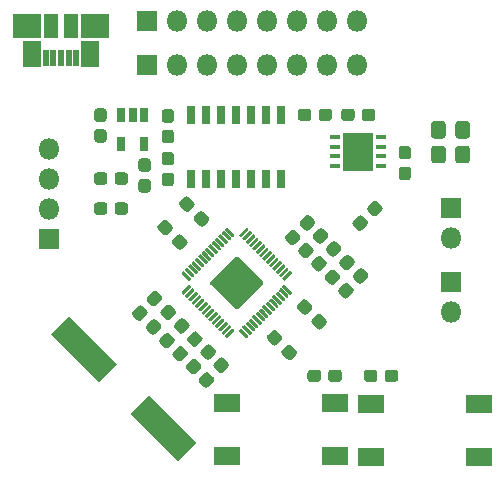
<source format=gts>
G04 #@! TF.GenerationSoftware,KiCad,Pcbnew,(5.1.6)-1*
G04 #@! TF.CreationDate,2024-01-16T15:06:31-05:00*
G04 #@! TF.ProjectId,amiga-500-usb-kb-rp2040,616d6967-612d-4353-9030-2d7573622d6b,rev?*
G04 #@! TF.SameCoordinates,Original*
G04 #@! TF.FileFunction,Soldermask,Top*
G04 #@! TF.FilePolarity,Negative*
%FSLAX46Y46*%
G04 Gerber Fmt 4.6, Leading zero omitted, Abs format (unit mm)*
G04 Created by KiCad (PCBNEW (5.1.6)-1) date 2024-01-16 15:06:31*
%MOMM*%
%LPD*%
G01*
G04 APERTURE LIST*
%ADD10R,2.500000X3.200000*%
%ADD11R,0.950000X0.450000*%
%ADD12R,2.200000X1.500000*%
%ADD13R,0.750000X1.625000*%
%ADD14R,0.700000X1.300000*%
%ADD15R,1.800000X1.800000*%
%ADD16O,1.800000X1.800000*%
%ADD17C,0.100000*%
%ADD18R,0.550000X1.480000*%
%ADD19R,1.575000X2.200000*%
%ADD20R,1.275000X2.000000*%
%ADD21R,2.475000X2.000000*%
G04 APERTURE END LIST*
D10*
X158940500Y-75438000D03*
D11*
X160890500Y-74238000D03*
X160890500Y-75038000D03*
X160890500Y-75838000D03*
X160890500Y-76638000D03*
X156990500Y-76638000D03*
X156990500Y-75838000D03*
X156990500Y-75038000D03*
X156990500Y-74238000D03*
D12*
X157013500Y-101246500D03*
X147913500Y-101246500D03*
X157013500Y-96746500D03*
X147913500Y-96746500D03*
X169183500Y-101274000D03*
X160083500Y-101274000D03*
X169183500Y-96774000D03*
X160083500Y-96774000D03*
D13*
X144843500Y-77769000D03*
X146113500Y-77769000D03*
X147383500Y-77769000D03*
X148653500Y-77769000D03*
X149923500Y-77769000D03*
X151193500Y-77769000D03*
X152463500Y-77769000D03*
X152463500Y-72345000D03*
X151193500Y-72345000D03*
X149923500Y-72345000D03*
X148653500Y-72345000D03*
X147383500Y-72345000D03*
X146113500Y-72345000D03*
X144843500Y-72345000D03*
D14*
X140843000Y-72326500D03*
X139893000Y-72326500D03*
X138943000Y-72326500D03*
X138943000Y-74826500D03*
X140843000Y-74826500D03*
D15*
X132842000Y-82804000D03*
D16*
X132842000Y-80264000D03*
X132842000Y-77724000D03*
X132842000Y-75184000D03*
X158861760Y-64414400D03*
X156321760Y-64414400D03*
X153781760Y-64414400D03*
X151241760Y-64414400D03*
X148701760Y-64414400D03*
X146161760Y-64414400D03*
X143621760Y-64414400D03*
D15*
X141081760Y-64414400D03*
X141080000Y-68135500D03*
D16*
X143620000Y-68135500D03*
X146160000Y-68135500D03*
X148700000Y-68135500D03*
X151240000Y-68135500D03*
X153780000Y-68135500D03*
X156320000Y-68135500D03*
X158860000Y-68135500D03*
X166878000Y-82740500D03*
D15*
X166878000Y-80200500D03*
X166878000Y-86487000D03*
D16*
X166878000Y-89027000D03*
G36*
G01*
X168455500Y-75213738D02*
X168455500Y-76170262D01*
G75*
G02*
X168183762Y-76442000I-271738J0D01*
G01*
X167477238Y-76442000D01*
G75*
G02*
X167205500Y-76170262I0J271738D01*
G01*
X167205500Y-75213738D01*
G75*
G02*
X167477238Y-74942000I271738J0D01*
G01*
X168183762Y-74942000D01*
G75*
G02*
X168455500Y-75213738I0J-271738D01*
G01*
G37*
G36*
G01*
X166405500Y-75213738D02*
X166405500Y-76170262D01*
G75*
G02*
X166133762Y-76442000I-271738J0D01*
G01*
X165427238Y-76442000D01*
G75*
G02*
X165155500Y-76170262I0J271738D01*
G01*
X165155500Y-75213738D01*
G75*
G02*
X165427238Y-74942000I271738J0D01*
G01*
X166133762Y-74942000D01*
G75*
G02*
X166405500Y-75213738I0J-271738D01*
G01*
G37*
G36*
G01*
X166405500Y-73118238D02*
X166405500Y-74074762D01*
G75*
G02*
X166133762Y-74346500I-271738J0D01*
G01*
X165427238Y-74346500D01*
G75*
G02*
X165155500Y-74074762I0J271738D01*
G01*
X165155500Y-73118238D01*
G75*
G02*
X165427238Y-72846500I271738J0D01*
G01*
X166133762Y-72846500D01*
G75*
G02*
X166405500Y-73118238I0J-271738D01*
G01*
G37*
G36*
G01*
X168455500Y-73118238D02*
X168455500Y-74074762D01*
G75*
G02*
X168183762Y-74346500I-271738J0D01*
G01*
X167477238Y-74346500D01*
G75*
G02*
X167205500Y-74074762I0J271738D01*
G01*
X167205500Y-73118238D01*
G75*
G02*
X167477238Y-72846500I271738J0D01*
G01*
X168183762Y-72846500D01*
G75*
G02*
X168455500Y-73118238I0J-271738D01*
G01*
G37*
G36*
G01*
X148898893Y-82466959D02*
X149482257Y-81883595D01*
G75*
G02*
X149588323Y-81883595I53033J-53033D01*
G01*
X149694389Y-81989661D01*
G75*
G02*
X149694389Y-82095727I-53033J-53033D01*
G01*
X149111025Y-82679091D01*
G75*
G02*
X149004959Y-82679091I-53033J53033D01*
G01*
X148898893Y-82573025D01*
G75*
G02*
X148898893Y-82466959I53033J53033D01*
G01*
G37*
G36*
G01*
X149181736Y-82749802D02*
X149765100Y-82166438D01*
G75*
G02*
X149871166Y-82166438I53033J-53033D01*
G01*
X149977232Y-82272504D01*
G75*
G02*
X149977232Y-82378570I-53033J-53033D01*
G01*
X149393868Y-82961934D01*
G75*
G02*
X149287802Y-82961934I-53033J53033D01*
G01*
X149181736Y-82855868D01*
G75*
G02*
X149181736Y-82749802I53033J53033D01*
G01*
G37*
G36*
G01*
X149464578Y-83032644D02*
X150047942Y-82449280D01*
G75*
G02*
X150154008Y-82449280I53033J-53033D01*
G01*
X150260074Y-82555346D01*
G75*
G02*
X150260074Y-82661412I-53033J-53033D01*
G01*
X149676710Y-83244776D01*
G75*
G02*
X149570644Y-83244776I-53033J53033D01*
G01*
X149464578Y-83138710D01*
G75*
G02*
X149464578Y-83032644I53033J53033D01*
G01*
G37*
G36*
G01*
X149747421Y-83315487D02*
X150330785Y-82732123D01*
G75*
G02*
X150436851Y-82732123I53033J-53033D01*
G01*
X150542917Y-82838189D01*
G75*
G02*
X150542917Y-82944255I-53033J-53033D01*
G01*
X149959553Y-83527619D01*
G75*
G02*
X149853487Y-83527619I-53033J53033D01*
G01*
X149747421Y-83421553D01*
G75*
G02*
X149747421Y-83315487I53033J53033D01*
G01*
G37*
G36*
G01*
X150030264Y-83598330D02*
X150613628Y-83014966D01*
G75*
G02*
X150719694Y-83014966I53033J-53033D01*
G01*
X150825760Y-83121032D01*
G75*
G02*
X150825760Y-83227098I-53033J-53033D01*
G01*
X150242396Y-83810462D01*
G75*
G02*
X150136330Y-83810462I-53033J53033D01*
G01*
X150030264Y-83704396D01*
G75*
G02*
X150030264Y-83598330I53033J53033D01*
G01*
G37*
G36*
G01*
X150313106Y-83881172D02*
X150896470Y-83297808D01*
G75*
G02*
X151002536Y-83297808I53033J-53033D01*
G01*
X151108602Y-83403874D01*
G75*
G02*
X151108602Y-83509940I-53033J-53033D01*
G01*
X150525238Y-84093304D01*
G75*
G02*
X150419172Y-84093304I-53033J53033D01*
G01*
X150313106Y-83987238D01*
G75*
G02*
X150313106Y-83881172I53033J53033D01*
G01*
G37*
G36*
G01*
X150595949Y-84164015D02*
X151179313Y-83580651D01*
G75*
G02*
X151285379Y-83580651I53033J-53033D01*
G01*
X151391445Y-83686717D01*
G75*
G02*
X151391445Y-83792783I-53033J-53033D01*
G01*
X150808081Y-84376147D01*
G75*
G02*
X150702015Y-84376147I-53033J53033D01*
G01*
X150595949Y-84270081D01*
G75*
G02*
X150595949Y-84164015I53033J53033D01*
G01*
G37*
G36*
G01*
X150878792Y-84446858D02*
X151462156Y-83863494D01*
G75*
G02*
X151568222Y-83863494I53033J-53033D01*
G01*
X151674288Y-83969560D01*
G75*
G02*
X151674288Y-84075626I-53033J-53033D01*
G01*
X151090924Y-84658990D01*
G75*
G02*
X150984858Y-84658990I-53033J53033D01*
G01*
X150878792Y-84552924D01*
G75*
G02*
X150878792Y-84446858I53033J53033D01*
G01*
G37*
G36*
G01*
X151161635Y-84729701D02*
X151744999Y-84146337D01*
G75*
G02*
X151851065Y-84146337I53033J-53033D01*
G01*
X151957131Y-84252403D01*
G75*
G02*
X151957131Y-84358469I-53033J-53033D01*
G01*
X151373767Y-84941833D01*
G75*
G02*
X151267701Y-84941833I-53033J53033D01*
G01*
X151161635Y-84835767D01*
G75*
G02*
X151161635Y-84729701I53033J53033D01*
G01*
G37*
G36*
G01*
X151444477Y-85012543D02*
X152027841Y-84429179D01*
G75*
G02*
X152133907Y-84429179I53033J-53033D01*
G01*
X152239973Y-84535245D01*
G75*
G02*
X152239973Y-84641311I-53033J-53033D01*
G01*
X151656609Y-85224675D01*
G75*
G02*
X151550543Y-85224675I-53033J53033D01*
G01*
X151444477Y-85118609D01*
G75*
G02*
X151444477Y-85012543I53033J53033D01*
G01*
G37*
G36*
G01*
X151727320Y-85295386D02*
X152310684Y-84712022D01*
G75*
G02*
X152416750Y-84712022I53033J-53033D01*
G01*
X152522816Y-84818088D01*
G75*
G02*
X152522816Y-84924154I-53033J-53033D01*
G01*
X151939452Y-85507518D01*
G75*
G02*
X151833386Y-85507518I-53033J53033D01*
G01*
X151727320Y-85401452D01*
G75*
G02*
X151727320Y-85295386I53033J53033D01*
G01*
G37*
G36*
G01*
X152010163Y-85578229D02*
X152593527Y-84994865D01*
G75*
G02*
X152699593Y-84994865I53033J-53033D01*
G01*
X152805659Y-85100931D01*
G75*
G02*
X152805659Y-85206997I-53033J-53033D01*
G01*
X152222295Y-85790361D01*
G75*
G02*
X152116229Y-85790361I-53033J53033D01*
G01*
X152010163Y-85684295D01*
G75*
G02*
X152010163Y-85578229I53033J53033D01*
G01*
G37*
G36*
G01*
X152293005Y-85861071D02*
X152876369Y-85277707D01*
G75*
G02*
X152982435Y-85277707I53033J-53033D01*
G01*
X153088501Y-85383773D01*
G75*
G02*
X153088501Y-85489839I-53033J-53033D01*
G01*
X152505137Y-86073203D01*
G75*
G02*
X152399071Y-86073203I-53033J53033D01*
G01*
X152293005Y-85967137D01*
G75*
G02*
X152293005Y-85861071I53033J53033D01*
G01*
G37*
G36*
G01*
X152575848Y-86143914D02*
X153159212Y-85560550D01*
G75*
G02*
X153265278Y-85560550I53033J-53033D01*
G01*
X153371344Y-85666616D01*
G75*
G02*
X153371344Y-85772682I-53033J-53033D01*
G01*
X152787980Y-86356046D01*
G75*
G02*
X152681914Y-86356046I-53033J53033D01*
G01*
X152575848Y-86249980D01*
G75*
G02*
X152575848Y-86143914I53033J53033D01*
G01*
G37*
G36*
G01*
X152575848Y-86851020D02*
X152681914Y-86744954D01*
G75*
G02*
X152787980Y-86744954I53033J-53033D01*
G01*
X153371344Y-87328318D01*
G75*
G02*
X153371344Y-87434384I-53033J-53033D01*
G01*
X153265278Y-87540450D01*
G75*
G02*
X153159212Y-87540450I-53033J53033D01*
G01*
X152575848Y-86957086D01*
G75*
G02*
X152575848Y-86851020I53033J53033D01*
G01*
G37*
G36*
G01*
X152293005Y-87133863D02*
X152399071Y-87027797D01*
G75*
G02*
X152505137Y-87027797I53033J-53033D01*
G01*
X153088501Y-87611161D01*
G75*
G02*
X153088501Y-87717227I-53033J-53033D01*
G01*
X152982435Y-87823293D01*
G75*
G02*
X152876369Y-87823293I-53033J53033D01*
G01*
X152293005Y-87239929D01*
G75*
G02*
X152293005Y-87133863I53033J53033D01*
G01*
G37*
G36*
G01*
X152010163Y-87416705D02*
X152116229Y-87310639D01*
G75*
G02*
X152222295Y-87310639I53033J-53033D01*
G01*
X152805659Y-87894003D01*
G75*
G02*
X152805659Y-88000069I-53033J-53033D01*
G01*
X152699593Y-88106135D01*
G75*
G02*
X152593527Y-88106135I-53033J53033D01*
G01*
X152010163Y-87522771D01*
G75*
G02*
X152010163Y-87416705I53033J53033D01*
G01*
G37*
G36*
G01*
X151727320Y-87699548D02*
X151833386Y-87593482D01*
G75*
G02*
X151939452Y-87593482I53033J-53033D01*
G01*
X152522816Y-88176846D01*
G75*
G02*
X152522816Y-88282912I-53033J-53033D01*
G01*
X152416750Y-88388978D01*
G75*
G02*
X152310684Y-88388978I-53033J53033D01*
G01*
X151727320Y-87805614D01*
G75*
G02*
X151727320Y-87699548I53033J53033D01*
G01*
G37*
G36*
G01*
X151444477Y-87982391D02*
X151550543Y-87876325D01*
G75*
G02*
X151656609Y-87876325I53033J-53033D01*
G01*
X152239973Y-88459689D01*
G75*
G02*
X152239973Y-88565755I-53033J-53033D01*
G01*
X152133907Y-88671821D01*
G75*
G02*
X152027841Y-88671821I-53033J53033D01*
G01*
X151444477Y-88088457D01*
G75*
G02*
X151444477Y-87982391I53033J53033D01*
G01*
G37*
G36*
G01*
X151161635Y-88265233D02*
X151267701Y-88159167D01*
G75*
G02*
X151373767Y-88159167I53033J-53033D01*
G01*
X151957131Y-88742531D01*
G75*
G02*
X151957131Y-88848597I-53033J-53033D01*
G01*
X151851065Y-88954663D01*
G75*
G02*
X151744999Y-88954663I-53033J53033D01*
G01*
X151161635Y-88371299D01*
G75*
G02*
X151161635Y-88265233I53033J53033D01*
G01*
G37*
G36*
G01*
X150878792Y-88548076D02*
X150984858Y-88442010D01*
G75*
G02*
X151090924Y-88442010I53033J-53033D01*
G01*
X151674288Y-89025374D01*
G75*
G02*
X151674288Y-89131440I-53033J-53033D01*
G01*
X151568222Y-89237506D01*
G75*
G02*
X151462156Y-89237506I-53033J53033D01*
G01*
X150878792Y-88654142D01*
G75*
G02*
X150878792Y-88548076I53033J53033D01*
G01*
G37*
G36*
G01*
X150595949Y-88830919D02*
X150702015Y-88724853D01*
G75*
G02*
X150808081Y-88724853I53033J-53033D01*
G01*
X151391445Y-89308217D01*
G75*
G02*
X151391445Y-89414283I-53033J-53033D01*
G01*
X151285379Y-89520349D01*
G75*
G02*
X151179313Y-89520349I-53033J53033D01*
G01*
X150595949Y-88936985D01*
G75*
G02*
X150595949Y-88830919I53033J53033D01*
G01*
G37*
G36*
G01*
X150313106Y-89113762D02*
X150419172Y-89007696D01*
G75*
G02*
X150525238Y-89007696I53033J-53033D01*
G01*
X151108602Y-89591060D01*
G75*
G02*
X151108602Y-89697126I-53033J-53033D01*
G01*
X151002536Y-89803192D01*
G75*
G02*
X150896470Y-89803192I-53033J53033D01*
G01*
X150313106Y-89219828D01*
G75*
G02*
X150313106Y-89113762I53033J53033D01*
G01*
G37*
G36*
G01*
X150030264Y-89396604D02*
X150136330Y-89290538D01*
G75*
G02*
X150242396Y-89290538I53033J-53033D01*
G01*
X150825760Y-89873902D01*
G75*
G02*
X150825760Y-89979968I-53033J-53033D01*
G01*
X150719694Y-90086034D01*
G75*
G02*
X150613628Y-90086034I-53033J53033D01*
G01*
X150030264Y-89502670D01*
G75*
G02*
X150030264Y-89396604I53033J53033D01*
G01*
G37*
G36*
G01*
X149747421Y-89679447D02*
X149853487Y-89573381D01*
G75*
G02*
X149959553Y-89573381I53033J-53033D01*
G01*
X150542917Y-90156745D01*
G75*
G02*
X150542917Y-90262811I-53033J-53033D01*
G01*
X150436851Y-90368877D01*
G75*
G02*
X150330785Y-90368877I-53033J53033D01*
G01*
X149747421Y-89785513D01*
G75*
G02*
X149747421Y-89679447I53033J53033D01*
G01*
G37*
G36*
G01*
X149464578Y-89962290D02*
X149570644Y-89856224D01*
G75*
G02*
X149676710Y-89856224I53033J-53033D01*
G01*
X150260074Y-90439588D01*
G75*
G02*
X150260074Y-90545654I-53033J-53033D01*
G01*
X150154008Y-90651720D01*
G75*
G02*
X150047942Y-90651720I-53033J53033D01*
G01*
X149464578Y-90068356D01*
G75*
G02*
X149464578Y-89962290I53033J53033D01*
G01*
G37*
G36*
G01*
X149181736Y-90245132D02*
X149287802Y-90139066D01*
G75*
G02*
X149393868Y-90139066I53033J-53033D01*
G01*
X149977232Y-90722430D01*
G75*
G02*
X149977232Y-90828496I-53033J-53033D01*
G01*
X149871166Y-90934562D01*
G75*
G02*
X149765100Y-90934562I-53033J53033D01*
G01*
X149181736Y-90351198D01*
G75*
G02*
X149181736Y-90245132I53033J53033D01*
G01*
G37*
G36*
G01*
X148898893Y-90527975D02*
X149004959Y-90421909D01*
G75*
G02*
X149111025Y-90421909I53033J-53033D01*
G01*
X149694389Y-91005273D01*
G75*
G02*
X149694389Y-91111339I-53033J-53033D01*
G01*
X149588323Y-91217405D01*
G75*
G02*
X149482257Y-91217405I-53033J53033D01*
G01*
X148898893Y-90634041D01*
G75*
G02*
X148898893Y-90527975I53033J53033D01*
G01*
G37*
G36*
G01*
X147714489Y-91005273D02*
X148297853Y-90421909D01*
G75*
G02*
X148403919Y-90421909I53033J-53033D01*
G01*
X148509985Y-90527975D01*
G75*
G02*
X148509985Y-90634041I-53033J-53033D01*
G01*
X147926621Y-91217405D01*
G75*
G02*
X147820555Y-91217405I-53033J53033D01*
G01*
X147714489Y-91111339D01*
G75*
G02*
X147714489Y-91005273I53033J53033D01*
G01*
G37*
G36*
G01*
X147431646Y-90722430D02*
X148015010Y-90139066D01*
G75*
G02*
X148121076Y-90139066I53033J-53033D01*
G01*
X148227142Y-90245132D01*
G75*
G02*
X148227142Y-90351198I-53033J-53033D01*
G01*
X147643778Y-90934562D01*
G75*
G02*
X147537712Y-90934562I-53033J53033D01*
G01*
X147431646Y-90828496D01*
G75*
G02*
X147431646Y-90722430I53033J53033D01*
G01*
G37*
G36*
G01*
X147148804Y-90439588D02*
X147732168Y-89856224D01*
G75*
G02*
X147838234Y-89856224I53033J-53033D01*
G01*
X147944300Y-89962290D01*
G75*
G02*
X147944300Y-90068356I-53033J-53033D01*
G01*
X147360936Y-90651720D01*
G75*
G02*
X147254870Y-90651720I-53033J53033D01*
G01*
X147148804Y-90545654D01*
G75*
G02*
X147148804Y-90439588I53033J53033D01*
G01*
G37*
G36*
G01*
X146865961Y-90156745D02*
X147449325Y-89573381D01*
G75*
G02*
X147555391Y-89573381I53033J-53033D01*
G01*
X147661457Y-89679447D01*
G75*
G02*
X147661457Y-89785513I-53033J-53033D01*
G01*
X147078093Y-90368877D01*
G75*
G02*
X146972027Y-90368877I-53033J53033D01*
G01*
X146865961Y-90262811D01*
G75*
G02*
X146865961Y-90156745I53033J53033D01*
G01*
G37*
G36*
G01*
X146583118Y-89873902D02*
X147166482Y-89290538D01*
G75*
G02*
X147272548Y-89290538I53033J-53033D01*
G01*
X147378614Y-89396604D01*
G75*
G02*
X147378614Y-89502670I-53033J-53033D01*
G01*
X146795250Y-90086034D01*
G75*
G02*
X146689184Y-90086034I-53033J53033D01*
G01*
X146583118Y-89979968D01*
G75*
G02*
X146583118Y-89873902I53033J53033D01*
G01*
G37*
G36*
G01*
X146300276Y-89591060D02*
X146883640Y-89007696D01*
G75*
G02*
X146989706Y-89007696I53033J-53033D01*
G01*
X147095772Y-89113762D01*
G75*
G02*
X147095772Y-89219828I-53033J-53033D01*
G01*
X146512408Y-89803192D01*
G75*
G02*
X146406342Y-89803192I-53033J53033D01*
G01*
X146300276Y-89697126D01*
G75*
G02*
X146300276Y-89591060I53033J53033D01*
G01*
G37*
G36*
G01*
X146017433Y-89308217D02*
X146600797Y-88724853D01*
G75*
G02*
X146706863Y-88724853I53033J-53033D01*
G01*
X146812929Y-88830919D01*
G75*
G02*
X146812929Y-88936985I-53033J-53033D01*
G01*
X146229565Y-89520349D01*
G75*
G02*
X146123499Y-89520349I-53033J53033D01*
G01*
X146017433Y-89414283D01*
G75*
G02*
X146017433Y-89308217I53033J53033D01*
G01*
G37*
G36*
G01*
X145734590Y-89025374D02*
X146317954Y-88442010D01*
G75*
G02*
X146424020Y-88442010I53033J-53033D01*
G01*
X146530086Y-88548076D01*
G75*
G02*
X146530086Y-88654142I-53033J-53033D01*
G01*
X145946722Y-89237506D01*
G75*
G02*
X145840656Y-89237506I-53033J53033D01*
G01*
X145734590Y-89131440D01*
G75*
G02*
X145734590Y-89025374I53033J53033D01*
G01*
G37*
G36*
G01*
X145451747Y-88742531D02*
X146035111Y-88159167D01*
G75*
G02*
X146141177Y-88159167I53033J-53033D01*
G01*
X146247243Y-88265233D01*
G75*
G02*
X146247243Y-88371299I-53033J-53033D01*
G01*
X145663879Y-88954663D01*
G75*
G02*
X145557813Y-88954663I-53033J53033D01*
G01*
X145451747Y-88848597D01*
G75*
G02*
X145451747Y-88742531I53033J53033D01*
G01*
G37*
G36*
G01*
X145168905Y-88459689D02*
X145752269Y-87876325D01*
G75*
G02*
X145858335Y-87876325I53033J-53033D01*
G01*
X145964401Y-87982391D01*
G75*
G02*
X145964401Y-88088457I-53033J-53033D01*
G01*
X145381037Y-88671821D01*
G75*
G02*
X145274971Y-88671821I-53033J53033D01*
G01*
X145168905Y-88565755D01*
G75*
G02*
X145168905Y-88459689I53033J53033D01*
G01*
G37*
G36*
G01*
X144886062Y-88176846D02*
X145469426Y-87593482D01*
G75*
G02*
X145575492Y-87593482I53033J-53033D01*
G01*
X145681558Y-87699548D01*
G75*
G02*
X145681558Y-87805614I-53033J-53033D01*
G01*
X145098194Y-88388978D01*
G75*
G02*
X144992128Y-88388978I-53033J53033D01*
G01*
X144886062Y-88282912D01*
G75*
G02*
X144886062Y-88176846I53033J53033D01*
G01*
G37*
G36*
G01*
X144603219Y-87894003D02*
X145186583Y-87310639D01*
G75*
G02*
X145292649Y-87310639I53033J-53033D01*
G01*
X145398715Y-87416705D01*
G75*
G02*
X145398715Y-87522771I-53033J-53033D01*
G01*
X144815351Y-88106135D01*
G75*
G02*
X144709285Y-88106135I-53033J53033D01*
G01*
X144603219Y-88000069D01*
G75*
G02*
X144603219Y-87894003I53033J53033D01*
G01*
G37*
G36*
G01*
X144320377Y-87611161D02*
X144903741Y-87027797D01*
G75*
G02*
X145009807Y-87027797I53033J-53033D01*
G01*
X145115873Y-87133863D01*
G75*
G02*
X145115873Y-87239929I-53033J-53033D01*
G01*
X144532509Y-87823293D01*
G75*
G02*
X144426443Y-87823293I-53033J53033D01*
G01*
X144320377Y-87717227D01*
G75*
G02*
X144320377Y-87611161I53033J53033D01*
G01*
G37*
G36*
G01*
X144037534Y-87328318D02*
X144620898Y-86744954D01*
G75*
G02*
X144726964Y-86744954I53033J-53033D01*
G01*
X144833030Y-86851020D01*
G75*
G02*
X144833030Y-86957086I-53033J-53033D01*
G01*
X144249666Y-87540450D01*
G75*
G02*
X144143600Y-87540450I-53033J53033D01*
G01*
X144037534Y-87434384D01*
G75*
G02*
X144037534Y-87328318I53033J53033D01*
G01*
G37*
G36*
G01*
X144037534Y-85666616D02*
X144143600Y-85560550D01*
G75*
G02*
X144249666Y-85560550I53033J-53033D01*
G01*
X144833030Y-86143914D01*
G75*
G02*
X144833030Y-86249980I-53033J-53033D01*
G01*
X144726964Y-86356046D01*
G75*
G02*
X144620898Y-86356046I-53033J53033D01*
G01*
X144037534Y-85772682D01*
G75*
G02*
X144037534Y-85666616I53033J53033D01*
G01*
G37*
G36*
G01*
X144320377Y-85383773D02*
X144426443Y-85277707D01*
G75*
G02*
X144532509Y-85277707I53033J-53033D01*
G01*
X145115873Y-85861071D01*
G75*
G02*
X145115873Y-85967137I-53033J-53033D01*
G01*
X145009807Y-86073203D01*
G75*
G02*
X144903741Y-86073203I-53033J53033D01*
G01*
X144320377Y-85489839D01*
G75*
G02*
X144320377Y-85383773I53033J53033D01*
G01*
G37*
G36*
G01*
X144603219Y-85100931D02*
X144709285Y-84994865D01*
G75*
G02*
X144815351Y-84994865I53033J-53033D01*
G01*
X145398715Y-85578229D01*
G75*
G02*
X145398715Y-85684295I-53033J-53033D01*
G01*
X145292649Y-85790361D01*
G75*
G02*
X145186583Y-85790361I-53033J53033D01*
G01*
X144603219Y-85206997D01*
G75*
G02*
X144603219Y-85100931I53033J53033D01*
G01*
G37*
G36*
G01*
X144886062Y-84818088D02*
X144992128Y-84712022D01*
G75*
G02*
X145098194Y-84712022I53033J-53033D01*
G01*
X145681558Y-85295386D01*
G75*
G02*
X145681558Y-85401452I-53033J-53033D01*
G01*
X145575492Y-85507518D01*
G75*
G02*
X145469426Y-85507518I-53033J53033D01*
G01*
X144886062Y-84924154D01*
G75*
G02*
X144886062Y-84818088I53033J53033D01*
G01*
G37*
G36*
G01*
X145168905Y-84535245D02*
X145274971Y-84429179D01*
G75*
G02*
X145381037Y-84429179I53033J-53033D01*
G01*
X145964401Y-85012543D01*
G75*
G02*
X145964401Y-85118609I-53033J-53033D01*
G01*
X145858335Y-85224675D01*
G75*
G02*
X145752269Y-85224675I-53033J53033D01*
G01*
X145168905Y-84641311D01*
G75*
G02*
X145168905Y-84535245I53033J53033D01*
G01*
G37*
G36*
G01*
X145451747Y-84252403D02*
X145557813Y-84146337D01*
G75*
G02*
X145663879Y-84146337I53033J-53033D01*
G01*
X146247243Y-84729701D01*
G75*
G02*
X146247243Y-84835767I-53033J-53033D01*
G01*
X146141177Y-84941833D01*
G75*
G02*
X146035111Y-84941833I-53033J53033D01*
G01*
X145451747Y-84358469D01*
G75*
G02*
X145451747Y-84252403I53033J53033D01*
G01*
G37*
G36*
G01*
X145734590Y-83969560D02*
X145840656Y-83863494D01*
G75*
G02*
X145946722Y-83863494I53033J-53033D01*
G01*
X146530086Y-84446858D01*
G75*
G02*
X146530086Y-84552924I-53033J-53033D01*
G01*
X146424020Y-84658990D01*
G75*
G02*
X146317954Y-84658990I-53033J53033D01*
G01*
X145734590Y-84075626D01*
G75*
G02*
X145734590Y-83969560I53033J53033D01*
G01*
G37*
G36*
G01*
X146017433Y-83686717D02*
X146123499Y-83580651D01*
G75*
G02*
X146229565Y-83580651I53033J-53033D01*
G01*
X146812929Y-84164015D01*
G75*
G02*
X146812929Y-84270081I-53033J-53033D01*
G01*
X146706863Y-84376147D01*
G75*
G02*
X146600797Y-84376147I-53033J53033D01*
G01*
X146017433Y-83792783D01*
G75*
G02*
X146017433Y-83686717I53033J53033D01*
G01*
G37*
G36*
G01*
X146300276Y-83403874D02*
X146406342Y-83297808D01*
G75*
G02*
X146512408Y-83297808I53033J-53033D01*
G01*
X147095772Y-83881172D01*
G75*
G02*
X147095772Y-83987238I-53033J-53033D01*
G01*
X146989706Y-84093304D01*
G75*
G02*
X146883640Y-84093304I-53033J53033D01*
G01*
X146300276Y-83509940D01*
G75*
G02*
X146300276Y-83403874I53033J53033D01*
G01*
G37*
G36*
G01*
X146583118Y-83121032D02*
X146689184Y-83014966D01*
G75*
G02*
X146795250Y-83014966I53033J-53033D01*
G01*
X147378614Y-83598330D01*
G75*
G02*
X147378614Y-83704396I-53033J-53033D01*
G01*
X147272548Y-83810462D01*
G75*
G02*
X147166482Y-83810462I-53033J53033D01*
G01*
X146583118Y-83227098D01*
G75*
G02*
X146583118Y-83121032I53033J53033D01*
G01*
G37*
G36*
G01*
X146865961Y-82838189D02*
X146972027Y-82732123D01*
G75*
G02*
X147078093Y-82732123I53033J-53033D01*
G01*
X147661457Y-83315487D01*
G75*
G02*
X147661457Y-83421553I-53033J-53033D01*
G01*
X147555391Y-83527619D01*
G75*
G02*
X147449325Y-83527619I-53033J53033D01*
G01*
X146865961Y-82944255D01*
G75*
G02*
X146865961Y-82838189I53033J53033D01*
G01*
G37*
G36*
G01*
X147148804Y-82555346D02*
X147254870Y-82449280D01*
G75*
G02*
X147360936Y-82449280I53033J-53033D01*
G01*
X147944300Y-83032644D01*
G75*
G02*
X147944300Y-83138710I-53033J-53033D01*
G01*
X147838234Y-83244776D01*
G75*
G02*
X147732168Y-83244776I-53033J53033D01*
G01*
X147148804Y-82661412D01*
G75*
G02*
X147148804Y-82555346I53033J53033D01*
G01*
G37*
G36*
G01*
X147431646Y-82272504D02*
X147537712Y-82166438D01*
G75*
G02*
X147643778Y-82166438I53033J-53033D01*
G01*
X148227142Y-82749802D01*
G75*
G02*
X148227142Y-82855868I-53033J-53033D01*
G01*
X148121076Y-82961934D01*
G75*
G02*
X148015010Y-82961934I-53033J53033D01*
G01*
X147431646Y-82378570D01*
G75*
G02*
X147431646Y-82272504I53033J53033D01*
G01*
G37*
G36*
G01*
X147714489Y-81989661D02*
X147820555Y-81883595D01*
G75*
G02*
X147926621Y-81883595I53033J-53033D01*
G01*
X148509985Y-82466959D01*
G75*
G02*
X148509985Y-82573025I-53033J-53033D01*
G01*
X148403919Y-82679091D01*
G75*
G02*
X148297853Y-82679091I-53033J53033D01*
G01*
X147714489Y-82095727D01*
G75*
G02*
X147714489Y-81989661I53033J53033D01*
G01*
G37*
G36*
G01*
X146475992Y-86445495D02*
X148599434Y-84322053D01*
G75*
G02*
X148809444Y-84322053I105005J-105005D01*
G01*
X150932886Y-86445495D01*
G75*
G02*
X150932886Y-86655505I-105005J-105005D01*
G01*
X148809444Y-88778947D01*
G75*
G02*
X148599434Y-88778947I-105005J105005D01*
G01*
X146475992Y-86655505D01*
G75*
G02*
X146475992Y-86445495I105005J105005D01*
G01*
G37*
D17*
G36*
X137007180Y-94938315D02*
G01*
X132976671Y-90907806D01*
X134532306Y-89352171D01*
X138562815Y-93382680D01*
X137007180Y-94938315D01*
G37*
G36*
X143724694Y-101655829D02*
G01*
X139694185Y-97625320D01*
X141249820Y-96069685D01*
X145280329Y-100100194D01*
X143724694Y-101655829D01*
G37*
G36*
G01*
X143137500Y-78362500D02*
X142612500Y-78362500D01*
G75*
G02*
X142350000Y-78100000I0J262500D01*
G01*
X142350000Y-77475000D01*
G75*
G02*
X142612500Y-77212500I262500J0D01*
G01*
X143137500Y-77212500D01*
G75*
G02*
X143400000Y-77475000I0J-262500D01*
G01*
X143400000Y-78100000D01*
G75*
G02*
X143137500Y-78362500I-262500J0D01*
G01*
G37*
G36*
G01*
X143137500Y-76612500D02*
X142612500Y-76612500D01*
G75*
G02*
X142350000Y-76350000I0J262500D01*
G01*
X142350000Y-75725000D01*
G75*
G02*
X142612500Y-75462500I262500J0D01*
G01*
X143137500Y-75462500D01*
G75*
G02*
X143400000Y-75725000I0J-262500D01*
G01*
X143400000Y-76350000D01*
G75*
G02*
X143137500Y-76612500I-262500J0D01*
G01*
G37*
G36*
G01*
X143137500Y-72993000D02*
X142612500Y-72993000D01*
G75*
G02*
X142350000Y-72730500I0J262500D01*
G01*
X142350000Y-72105500D01*
G75*
G02*
X142612500Y-71843000I262500J0D01*
G01*
X143137500Y-71843000D01*
G75*
G02*
X143400000Y-72105500I0J-262500D01*
G01*
X143400000Y-72730500D01*
G75*
G02*
X143137500Y-72993000I-262500J0D01*
G01*
G37*
G36*
G01*
X143137500Y-74743000D02*
X142612500Y-74743000D01*
G75*
G02*
X142350000Y-74480500I0J262500D01*
G01*
X142350000Y-73855500D01*
G75*
G02*
X142612500Y-73593000I262500J0D01*
G01*
X143137500Y-73593000D01*
G75*
G02*
X143400000Y-73855500I0J-262500D01*
G01*
X143400000Y-74480500D01*
G75*
G02*
X143137500Y-74743000I-262500J0D01*
G01*
G37*
G36*
G01*
X147604471Y-92943298D02*
X147975702Y-93314529D01*
G75*
G02*
X147975702Y-93685761I-185616J-185616D01*
G01*
X147533761Y-94127702D01*
G75*
G02*
X147162529Y-94127702I-185616J185616D01*
G01*
X146791298Y-93756471D01*
G75*
G02*
X146791298Y-93385239I185616J185616D01*
G01*
X147233239Y-92943298D01*
G75*
G02*
X147604471Y-92943298I185616J-185616D01*
G01*
G37*
G36*
G01*
X146367035Y-94180734D02*
X146738266Y-94551965D01*
G75*
G02*
X146738266Y-94923197I-185616J-185616D01*
G01*
X146296325Y-95365138D01*
G75*
G02*
X145925093Y-95365138I-185616J185616D01*
G01*
X145553862Y-94993907D01*
G75*
G02*
X145553862Y-94622675I185616J185616D01*
G01*
X145995803Y-94180734D01*
G75*
G02*
X146367035Y-94180734I185616J-185616D01*
G01*
G37*
G36*
G01*
X140273593Y-89713638D02*
X139902362Y-89342407D01*
G75*
G02*
X139902362Y-88971175I185616J185616D01*
G01*
X140344303Y-88529234D01*
G75*
G02*
X140715535Y-88529234I185616J-185616D01*
G01*
X141086766Y-88900465D01*
G75*
G02*
X141086766Y-89271697I-185616J-185616D01*
G01*
X140644825Y-89713638D01*
G75*
G02*
X140273593Y-89713638I-185616J185616D01*
G01*
G37*
G36*
G01*
X141511029Y-88476202D02*
X141139798Y-88104971D01*
G75*
G02*
X141139798Y-87733739I185616J185616D01*
G01*
X141581739Y-87291798D01*
G75*
G02*
X141952971Y-87291798I185616J-185616D01*
G01*
X142324202Y-87663029D01*
G75*
G02*
X142324202Y-88034261I-185616J-185616D01*
G01*
X141882261Y-88476202D01*
G75*
G02*
X141511029Y-88476202I-185616J185616D01*
G01*
G37*
G36*
G01*
X160180029Y-80856202D02*
X159808798Y-80484971D01*
G75*
G02*
X159808798Y-80113739I185616J185616D01*
G01*
X160250739Y-79671798D01*
G75*
G02*
X160621971Y-79671798I185616J-185616D01*
G01*
X160993202Y-80043029D01*
G75*
G02*
X160993202Y-80414261I-185616J-185616D01*
G01*
X160551261Y-80856202D01*
G75*
G02*
X160180029Y-80856202I-185616J185616D01*
G01*
G37*
G36*
G01*
X158942593Y-82093638D02*
X158571362Y-81722407D01*
G75*
G02*
X158571362Y-81351175I185616J185616D01*
G01*
X159013303Y-80909234D01*
G75*
G02*
X159384535Y-80909234I185616J-185616D01*
G01*
X159755766Y-81280465D01*
G75*
G02*
X159755766Y-81651697I-185616J-185616D01*
G01*
X159313825Y-82093638D01*
G75*
G02*
X158942593Y-82093638I-185616J185616D01*
G01*
G37*
G36*
G01*
X156593093Y-86665638D02*
X156221862Y-86294407D01*
G75*
G02*
X156221862Y-85923175I185616J185616D01*
G01*
X156663803Y-85481234D01*
G75*
G02*
X157035035Y-85481234I185616J-185616D01*
G01*
X157406266Y-85852465D01*
G75*
G02*
X157406266Y-86223697I-185616J-185616D01*
G01*
X156964325Y-86665638D01*
G75*
G02*
X156593093Y-86665638I-185616J185616D01*
G01*
G37*
G36*
G01*
X157830529Y-85428202D02*
X157459298Y-85056971D01*
G75*
G02*
X157459298Y-84685739I185616J185616D01*
G01*
X157901239Y-84243798D01*
G75*
G02*
X158272471Y-84243798I185616J-185616D01*
G01*
X158643702Y-84615029D01*
G75*
G02*
X158643702Y-84986261I-185616J-185616D01*
G01*
X158201761Y-85428202D01*
G75*
G02*
X157830529Y-85428202I-185616J185616D01*
G01*
G37*
G36*
G01*
X158973529Y-86571202D02*
X158602298Y-86199971D01*
G75*
G02*
X158602298Y-85828739I185616J185616D01*
G01*
X159044239Y-85386798D01*
G75*
G02*
X159415471Y-85386798I185616J-185616D01*
G01*
X159786702Y-85758029D01*
G75*
G02*
X159786702Y-86129261I-185616J-185616D01*
G01*
X159344761Y-86571202D01*
G75*
G02*
X158973529Y-86571202I-185616J185616D01*
G01*
G37*
G36*
G01*
X157736093Y-87808638D02*
X157364862Y-87437407D01*
G75*
G02*
X157364862Y-87066175I185616J185616D01*
G01*
X157806803Y-86624234D01*
G75*
G02*
X158178035Y-86624234I185616J-185616D01*
G01*
X158549266Y-86995465D01*
G75*
G02*
X158549266Y-87366697I-185616J-185616D01*
G01*
X158107325Y-87808638D01*
G75*
G02*
X157736093Y-87808638I-185616J185616D01*
G01*
G37*
G36*
G01*
X146308420Y-81357689D02*
X145937189Y-81728920D01*
G75*
G02*
X145565957Y-81728920I-185616J185616D01*
G01*
X145124016Y-81286979D01*
G75*
G02*
X145124016Y-80915747I185616J185616D01*
G01*
X145495247Y-80544516D01*
G75*
G02*
X145866479Y-80544516I185616J-185616D01*
G01*
X146308420Y-80986457D01*
G75*
G02*
X146308420Y-81357689I-185616J-185616D01*
G01*
G37*
G36*
G01*
X145070984Y-80120253D02*
X144699753Y-80491484D01*
G75*
G02*
X144328521Y-80491484I-185616J185616D01*
G01*
X143886580Y-80049543D01*
G75*
G02*
X143886580Y-79678311I185616J185616D01*
G01*
X144257811Y-79307080D01*
G75*
G02*
X144629043Y-79307080I185616J-185616D01*
G01*
X145070984Y-79749021D01*
G75*
G02*
X145070984Y-80120253I-185616J-185616D01*
G01*
G37*
G36*
G01*
X143229484Y-82088753D02*
X142858253Y-82459984D01*
G75*
G02*
X142487021Y-82459984I-185616J185616D01*
G01*
X142045080Y-82018043D01*
G75*
G02*
X142045080Y-81646811I185616J185616D01*
G01*
X142416311Y-81275580D01*
G75*
G02*
X142787543Y-81275580I185616J-185616D01*
G01*
X143229484Y-81717521D01*
G75*
G02*
X143229484Y-82088753I-185616J-185616D01*
G01*
G37*
G36*
G01*
X144466920Y-83326189D02*
X144095689Y-83697420D01*
G75*
G02*
X143724457Y-83697420I-185616J185616D01*
G01*
X143282516Y-83255479D01*
G75*
G02*
X143282516Y-82884247I185616J185616D01*
G01*
X143653747Y-82513016D01*
G75*
G02*
X144024979Y-82513016I185616J-185616D01*
G01*
X144466920Y-82954957D01*
G75*
G02*
X144466920Y-83326189I-185616J-185616D01*
G01*
G37*
G36*
G01*
X144269907Y-89610362D02*
X144641138Y-89981593D01*
G75*
G02*
X144641138Y-90352825I-185616J-185616D01*
G01*
X144199197Y-90794766D01*
G75*
G02*
X143827965Y-90794766I-185616J185616D01*
G01*
X143456734Y-90423535D01*
G75*
G02*
X143456734Y-90052303I185616J185616D01*
G01*
X143898675Y-89610362D01*
G75*
G02*
X144269907Y-89610362I185616J-185616D01*
G01*
G37*
G36*
G01*
X143032471Y-90847798D02*
X143403702Y-91219029D01*
G75*
G02*
X143403702Y-91590261I-185616J-185616D01*
G01*
X142961761Y-92032202D01*
G75*
G02*
X142590529Y-92032202I-185616J185616D01*
G01*
X142219298Y-91660971D01*
G75*
G02*
X142219298Y-91289739I185616J185616D01*
G01*
X142661239Y-90847798D01*
G75*
G02*
X143032471Y-90847798I185616J-185616D01*
G01*
G37*
G36*
G01*
X155093516Y-89615247D02*
X155464747Y-89244016D01*
G75*
G02*
X155835979Y-89244016I185616J-185616D01*
G01*
X156277920Y-89685957D01*
G75*
G02*
X156277920Y-90057189I-185616J-185616D01*
G01*
X155906689Y-90428420D01*
G75*
G02*
X155535457Y-90428420I-185616J185616D01*
G01*
X155093516Y-89986479D01*
G75*
G02*
X155093516Y-89615247I185616J185616D01*
G01*
G37*
G36*
G01*
X153856080Y-88377811D02*
X154227311Y-88006580D01*
G75*
G02*
X154598543Y-88006580I185616J-185616D01*
G01*
X155040484Y-88448521D01*
G75*
G02*
X155040484Y-88819753I-185616J-185616D01*
G01*
X154669253Y-89190984D01*
G75*
G02*
X154298021Y-89190984I-185616J185616D01*
G01*
X153856080Y-88749043D01*
G75*
G02*
X153856080Y-88377811I185616J185616D01*
G01*
G37*
G36*
G01*
X151316080Y-90981311D02*
X151687311Y-90610080D01*
G75*
G02*
X152058543Y-90610080I185616J-185616D01*
G01*
X152500484Y-91052021D01*
G75*
G02*
X152500484Y-91423253I-185616J-185616D01*
G01*
X152129253Y-91794484D01*
G75*
G02*
X151758021Y-91794484I-185616J185616D01*
G01*
X151316080Y-91352543D01*
G75*
G02*
X151316080Y-90981311I185616J185616D01*
G01*
G37*
G36*
G01*
X152553516Y-92218747D02*
X152924747Y-91847516D01*
G75*
G02*
X153295979Y-91847516I185616J-185616D01*
G01*
X153737920Y-92289457D01*
G75*
G02*
X153737920Y-92660689I-185616J-185616D01*
G01*
X153366689Y-93031920D01*
G75*
G02*
X152995457Y-93031920I-185616J185616D01*
G01*
X152553516Y-92589979D01*
G75*
G02*
X152553516Y-92218747I185616J185616D01*
G01*
G37*
G36*
G01*
X155575465Y-83174766D02*
X155204234Y-82803535D01*
G75*
G02*
X155204234Y-82432303I185616J185616D01*
G01*
X155646175Y-81990362D01*
G75*
G02*
X156017407Y-81990362I185616J-185616D01*
G01*
X156388638Y-82361593D01*
G75*
G02*
X156388638Y-82732825I-185616J-185616D01*
G01*
X155946697Y-83174766D01*
G75*
G02*
X155575465Y-83174766I-185616J185616D01*
G01*
G37*
G36*
G01*
X154338029Y-84412202D02*
X153966798Y-84040971D01*
G75*
G02*
X153966798Y-83669739I185616J185616D01*
G01*
X154408739Y-83227798D01*
G75*
G02*
X154779971Y-83227798I185616J-185616D01*
G01*
X155151202Y-83599029D01*
G75*
G02*
X155151202Y-83970261I-185616J-185616D01*
G01*
X154709261Y-84412202D01*
G75*
G02*
X154338029Y-84412202I-185616J185616D01*
G01*
G37*
G36*
G01*
X153227593Y-83300138D02*
X152856362Y-82928907D01*
G75*
G02*
X152856362Y-82557675I185616J185616D01*
G01*
X153298303Y-82115734D01*
G75*
G02*
X153669535Y-82115734I185616J-185616D01*
G01*
X154040766Y-82486965D01*
G75*
G02*
X154040766Y-82858197I-185616J-185616D01*
G01*
X153598825Y-83300138D01*
G75*
G02*
X153227593Y-83300138I-185616J185616D01*
G01*
G37*
G36*
G01*
X154465029Y-82062702D02*
X154093798Y-81691471D01*
G75*
G02*
X154093798Y-81320239I185616J185616D01*
G01*
X154535739Y-80878298D01*
G75*
G02*
X154906971Y-80878298I185616J-185616D01*
G01*
X155278202Y-81249529D01*
G75*
G02*
X155278202Y-81620761I-185616J-185616D01*
G01*
X154836261Y-82062702D01*
G75*
G02*
X154465029Y-82062702I-185616J185616D01*
G01*
G37*
G36*
G01*
X144144535Y-91958234D02*
X144515766Y-92329465D01*
G75*
G02*
X144515766Y-92700697I-185616J-185616D01*
G01*
X144073825Y-93142638D01*
G75*
G02*
X143702593Y-93142638I-185616J185616D01*
G01*
X143331362Y-92771407D01*
G75*
G02*
X143331362Y-92400175I185616J185616D01*
G01*
X143773303Y-91958234D01*
G75*
G02*
X144144535Y-91958234I185616J-185616D01*
G01*
G37*
G36*
G01*
X145381971Y-90720798D02*
X145753202Y-91092029D01*
G75*
G02*
X145753202Y-91463261I-185616J-185616D01*
G01*
X145311261Y-91905202D01*
G75*
G02*
X144940029Y-91905202I-185616J185616D01*
G01*
X144568798Y-91533971D01*
G75*
G02*
X144568798Y-91162739I185616J185616D01*
G01*
X145010739Y-90720798D01*
G75*
G02*
X145381971Y-90720798I185616J-185616D01*
G01*
G37*
G36*
G01*
X146508689Y-91816580D02*
X146879920Y-92187811D01*
G75*
G02*
X146879920Y-92559043I-185616J-185616D01*
G01*
X146437979Y-93000984D01*
G75*
G02*
X146066747Y-93000984I-185616J185616D01*
G01*
X145695516Y-92629753D01*
G75*
G02*
X145695516Y-92258521I185616J185616D01*
G01*
X146137457Y-91816580D01*
G75*
G02*
X146508689Y-91816580I185616J-185616D01*
G01*
G37*
G36*
G01*
X145271253Y-93054016D02*
X145642484Y-93425247D01*
G75*
G02*
X145642484Y-93796479I-185616J-185616D01*
G01*
X145200543Y-94238420D01*
G75*
G02*
X144829311Y-94238420I-185616J185616D01*
G01*
X144458080Y-93867189D01*
G75*
G02*
X144458080Y-93495957I185616J185616D01*
G01*
X144900021Y-93054016D01*
G75*
G02*
X145271253Y-93054016I185616J-185616D01*
G01*
G37*
G36*
G01*
X136897500Y-71779500D02*
X137422500Y-71779500D01*
G75*
G02*
X137685000Y-72042000I0J-262500D01*
G01*
X137685000Y-72667000D01*
G75*
G02*
X137422500Y-72929500I-262500J0D01*
G01*
X136897500Y-72929500D01*
G75*
G02*
X136635000Y-72667000I0J262500D01*
G01*
X136635000Y-72042000D01*
G75*
G02*
X136897500Y-71779500I262500J0D01*
G01*
G37*
G36*
G01*
X136897500Y-73529500D02*
X137422500Y-73529500D01*
G75*
G02*
X137685000Y-73792000I0J-262500D01*
G01*
X137685000Y-74417000D01*
G75*
G02*
X137422500Y-74679500I-262500J0D01*
G01*
X136897500Y-74679500D01*
G75*
G02*
X136635000Y-74417000I0J262500D01*
G01*
X136635000Y-73792000D01*
G75*
G02*
X136897500Y-73529500I262500J0D01*
G01*
G37*
G36*
G01*
X140644000Y-77756000D02*
X141169000Y-77756000D01*
G75*
G02*
X141431500Y-78018500I0J-262500D01*
G01*
X141431500Y-78643500D01*
G75*
G02*
X141169000Y-78906000I-262500J0D01*
G01*
X140644000Y-78906000D01*
G75*
G02*
X140381500Y-78643500I0J262500D01*
G01*
X140381500Y-78018500D01*
G75*
G02*
X140644000Y-77756000I262500J0D01*
G01*
G37*
G36*
G01*
X140644000Y-76006000D02*
X141169000Y-76006000D01*
G75*
G02*
X141431500Y-76268500I0J-262500D01*
G01*
X141431500Y-76893500D01*
G75*
G02*
X141169000Y-77156000I-262500J0D01*
G01*
X140644000Y-77156000D01*
G75*
G02*
X140381500Y-76893500I0J262500D01*
G01*
X140381500Y-76268500D01*
G75*
G02*
X140644000Y-76006000I262500J0D01*
G01*
G37*
G36*
G01*
X162678500Y-76704500D02*
X163203500Y-76704500D01*
G75*
G02*
X163466000Y-76967000I0J-262500D01*
G01*
X163466000Y-77592000D01*
G75*
G02*
X163203500Y-77854500I-262500J0D01*
G01*
X162678500Y-77854500D01*
G75*
G02*
X162416000Y-77592000I0J262500D01*
G01*
X162416000Y-76967000D01*
G75*
G02*
X162678500Y-76704500I262500J0D01*
G01*
G37*
G36*
G01*
X162678500Y-74954500D02*
X163203500Y-74954500D01*
G75*
G02*
X163466000Y-75217000I0J-262500D01*
G01*
X163466000Y-75842000D01*
G75*
G02*
X163203500Y-76104500I-262500J0D01*
G01*
X162678500Y-76104500D01*
G75*
G02*
X162416000Y-75842000I0J262500D01*
G01*
X162416000Y-75217000D01*
G75*
G02*
X162678500Y-74954500I262500J0D01*
G01*
G37*
G36*
G01*
X155030000Y-72064000D02*
X155030000Y-72589000D01*
G75*
G02*
X154767500Y-72851500I-262500J0D01*
G01*
X154142500Y-72851500D01*
G75*
G02*
X153880000Y-72589000I0J262500D01*
G01*
X153880000Y-72064000D01*
G75*
G02*
X154142500Y-71801500I262500J0D01*
G01*
X154767500Y-71801500D01*
G75*
G02*
X155030000Y-72064000I0J-262500D01*
G01*
G37*
G36*
G01*
X156780000Y-72064000D02*
X156780000Y-72589000D01*
G75*
G02*
X156517500Y-72851500I-262500J0D01*
G01*
X155892500Y-72851500D01*
G75*
G02*
X155630000Y-72589000I0J262500D01*
G01*
X155630000Y-72064000D01*
G75*
G02*
X155892500Y-71801500I262500J0D01*
G01*
X156517500Y-71801500D01*
G75*
G02*
X156780000Y-72064000I0J-262500D01*
G01*
G37*
G36*
G01*
X154696500Y-94687000D02*
X154696500Y-94162000D01*
G75*
G02*
X154959000Y-93899500I262500J0D01*
G01*
X155584000Y-93899500D01*
G75*
G02*
X155846500Y-94162000I0J-262500D01*
G01*
X155846500Y-94687000D01*
G75*
G02*
X155584000Y-94949500I-262500J0D01*
G01*
X154959000Y-94949500D01*
G75*
G02*
X154696500Y-94687000I0J262500D01*
G01*
G37*
G36*
G01*
X156446500Y-94687000D02*
X156446500Y-94162000D01*
G75*
G02*
X156709000Y-93899500I262500J0D01*
G01*
X157334000Y-93899500D01*
G75*
G02*
X157596500Y-94162000I0J-262500D01*
G01*
X157596500Y-94687000D01*
G75*
G02*
X157334000Y-94949500I-262500J0D01*
G01*
X156709000Y-94949500D01*
G75*
G02*
X156446500Y-94687000I0J262500D01*
G01*
G37*
G36*
G01*
X161223000Y-94687000D02*
X161223000Y-94162000D01*
G75*
G02*
X161485500Y-93899500I262500J0D01*
G01*
X162110500Y-93899500D01*
G75*
G02*
X162373000Y-94162000I0J-262500D01*
G01*
X162373000Y-94687000D01*
G75*
G02*
X162110500Y-94949500I-262500J0D01*
G01*
X161485500Y-94949500D01*
G75*
G02*
X161223000Y-94687000I0J262500D01*
G01*
G37*
G36*
G01*
X159473000Y-94687000D02*
X159473000Y-94162000D01*
G75*
G02*
X159735500Y-93899500I262500J0D01*
G01*
X160360500Y-93899500D01*
G75*
G02*
X160623000Y-94162000I0J-262500D01*
G01*
X160623000Y-94687000D01*
G75*
G02*
X160360500Y-94949500I-262500J0D01*
G01*
X159735500Y-94949500D01*
G75*
G02*
X159473000Y-94687000I0J262500D01*
G01*
G37*
G36*
G01*
X141447529Y-90889202D02*
X141076298Y-90517971D01*
G75*
G02*
X141076298Y-90146739I185616J185616D01*
G01*
X141518239Y-89704798D01*
G75*
G02*
X141889471Y-89704798I185616J-185616D01*
G01*
X142260702Y-90076029D01*
G75*
G02*
X142260702Y-90447261I-185616J-185616D01*
G01*
X141818761Y-90889202D01*
G75*
G02*
X141447529Y-90889202I-185616J185616D01*
G01*
G37*
G36*
G01*
X142684965Y-89651766D02*
X142313734Y-89280535D01*
G75*
G02*
X142313734Y-88909303I185616J185616D01*
G01*
X142755675Y-88467362D01*
G75*
G02*
X143126907Y-88467362I185616J-185616D01*
G01*
X143498138Y-88838593D01*
G75*
G02*
X143498138Y-89209825I-185616J-185616D01*
G01*
X143056197Y-89651766D01*
G75*
G02*
X142684965Y-89651766I-185616J185616D01*
G01*
G37*
G36*
G01*
X160440000Y-72064000D02*
X160440000Y-72589000D01*
G75*
G02*
X160177500Y-72851500I-262500J0D01*
G01*
X159552500Y-72851500D01*
G75*
G02*
X159290000Y-72589000I0J262500D01*
G01*
X159290000Y-72064000D01*
G75*
G02*
X159552500Y-71801500I262500J0D01*
G01*
X160177500Y-71801500D01*
G75*
G02*
X160440000Y-72064000I0J-262500D01*
G01*
G37*
G36*
G01*
X158690000Y-72064000D02*
X158690000Y-72589000D01*
G75*
G02*
X158427500Y-72851500I-262500J0D01*
G01*
X157802500Y-72851500D01*
G75*
G02*
X157540000Y-72589000I0J262500D01*
G01*
X157540000Y-72064000D01*
G75*
G02*
X157802500Y-71801500I262500J0D01*
G01*
X158427500Y-71801500D01*
G75*
G02*
X158690000Y-72064000I0J-262500D01*
G01*
G37*
G36*
G01*
X156687529Y-84285202D02*
X156316298Y-83913971D01*
G75*
G02*
X156316298Y-83542739I185616J185616D01*
G01*
X156758239Y-83100798D01*
G75*
G02*
X157129471Y-83100798I185616J-185616D01*
G01*
X157500702Y-83472029D01*
G75*
G02*
X157500702Y-83843261I-185616J-185616D01*
G01*
X157058761Y-84285202D01*
G75*
G02*
X156687529Y-84285202I-185616J185616D01*
G01*
G37*
G36*
G01*
X155450093Y-85522638D02*
X155078862Y-85151407D01*
G75*
G02*
X155078862Y-84780175I185616J185616D01*
G01*
X155520803Y-84338234D01*
G75*
G02*
X155892035Y-84338234I185616J-185616D01*
G01*
X156263266Y-84709465D01*
G75*
G02*
X156263266Y-85080697I-185616J-185616D01*
G01*
X155821325Y-85522638D01*
G75*
G02*
X155450093Y-85522638I-185616J185616D01*
G01*
G37*
G36*
G01*
X136613000Y-77986500D02*
X136613000Y-77461500D01*
G75*
G02*
X136875500Y-77199000I262500J0D01*
G01*
X137500500Y-77199000D01*
G75*
G02*
X137763000Y-77461500I0J-262500D01*
G01*
X137763000Y-77986500D01*
G75*
G02*
X137500500Y-78249000I-262500J0D01*
G01*
X136875500Y-78249000D01*
G75*
G02*
X136613000Y-77986500I0J262500D01*
G01*
G37*
G36*
G01*
X138363000Y-77986500D02*
X138363000Y-77461500D01*
G75*
G02*
X138625500Y-77199000I262500J0D01*
G01*
X139250500Y-77199000D01*
G75*
G02*
X139513000Y-77461500I0J-262500D01*
G01*
X139513000Y-77986500D01*
G75*
G02*
X139250500Y-78249000I-262500J0D01*
G01*
X138625500Y-78249000D01*
G75*
G02*
X138363000Y-77986500I0J262500D01*
G01*
G37*
G36*
G01*
X137763000Y-80001500D02*
X137763000Y-80526500D01*
G75*
G02*
X137500500Y-80789000I-262500J0D01*
G01*
X136875500Y-80789000D01*
G75*
G02*
X136613000Y-80526500I0J262500D01*
G01*
X136613000Y-80001500D01*
G75*
G02*
X136875500Y-79739000I262500J0D01*
G01*
X137500500Y-79739000D01*
G75*
G02*
X137763000Y-80001500I0J-262500D01*
G01*
G37*
G36*
G01*
X139513000Y-80001500D02*
X139513000Y-80526500D01*
G75*
G02*
X139250500Y-80789000I-262500J0D01*
G01*
X138625500Y-80789000D01*
G75*
G02*
X138363000Y-80526500I0J262500D01*
G01*
X138363000Y-80001500D01*
G75*
G02*
X138625500Y-79739000I262500J0D01*
G01*
X139250500Y-79739000D01*
G75*
G02*
X139513000Y-80001500I0J-262500D01*
G01*
G37*
D18*
X135128000Y-67500500D03*
X134478000Y-67500500D03*
X133828000Y-67500500D03*
X133178000Y-67500500D03*
X132528000Y-67500500D03*
D19*
X131375500Y-67140500D03*
X136280500Y-67140500D03*
D20*
X134665500Y-64840500D03*
X132990500Y-64840500D03*
D21*
X136740500Y-64840500D03*
X130915500Y-64840500D03*
M02*

</source>
